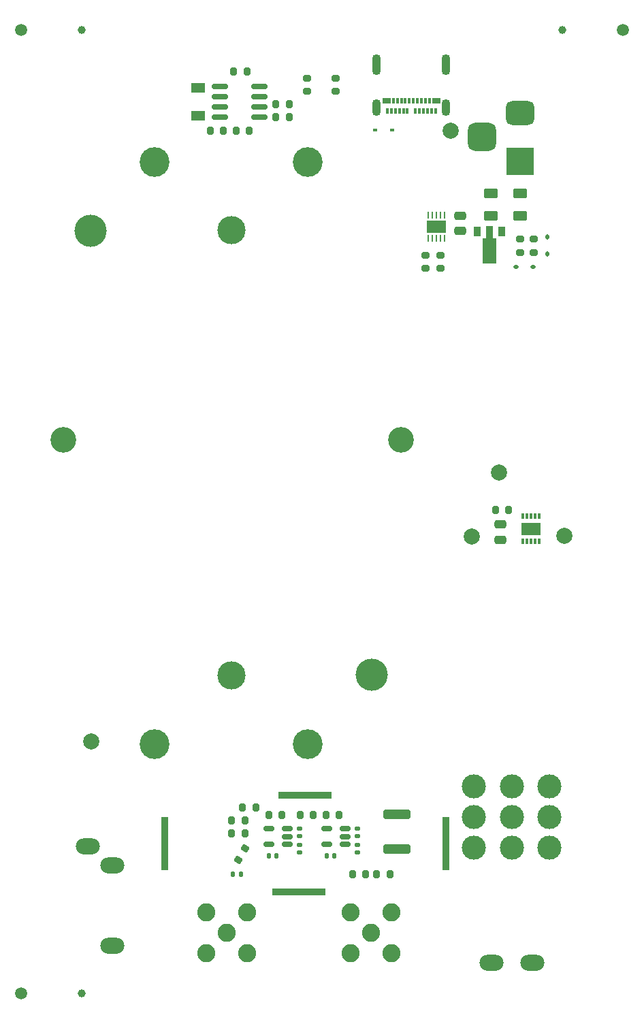
<source format=gbr>
%TF.GenerationSoftware,KiCad,Pcbnew,9.0.2+dfsg-1*%
%TF.CreationDate,2025-07-08T11:28:32+01:00*%
%TF.ProjectId,low-noise-power-probe-panel,6c6f772d-6e6f-4697-9365-2d706f776572,rev?*%
%TF.SameCoordinates,Original*%
%TF.FileFunction,Soldermask,Top*%
%TF.FilePolarity,Negative*%
%FSLAX46Y46*%
G04 Gerber Fmt 4.6, Leading zero omitted, Abs format (unit mm)*
G04 Created by KiCad (PCBNEW 9.0.2+dfsg-1) date 2025-07-08 11:28:32*
%MOMM*%
%LPD*%
G01*
G04 APERTURE LIST*
G04 Aperture macros list*
%AMRoundRect*
0 Rectangle with rounded corners*
0 $1 Rounding radius*
0 $2 $3 $4 $5 $6 $7 $8 $9 X,Y pos of 4 corners*
0 Add a 4 corners polygon primitive as box body*
4,1,4,$2,$3,$4,$5,$6,$7,$8,$9,$2,$3,0*
0 Add four circle primitives for the rounded corners*
1,1,$1+$1,$2,$3*
1,1,$1+$1,$4,$5*
1,1,$1+$1,$6,$7*
1,1,$1+$1,$8,$9*
0 Add four rect primitives between the rounded corners*
20,1,$1+$1,$2,$3,$4,$5,0*
20,1,$1+$1,$4,$5,$6,$7,0*
20,1,$1+$1,$6,$7,$8,$9,0*
20,1,$1+$1,$8,$9,$2,$3,0*%
%AMFreePoly0*
4,1,9,3.862500,-0.866500,0.737500,-0.866500,0.737500,-0.450000,-0.737500,-0.450000,-0.737500,0.450000,0.737500,0.450000,0.737500,0.866500,3.862500,0.866500,3.862500,-0.866500,3.862500,-0.866500,$1*%
G04 Aperture macros list end*
%ADD10C,3.000000*%
%ADD11O,3.000000X2.000000*%
%ADD12C,1.500000*%
%ADD13RoundRect,0.200000X-0.200000X-0.275000X0.200000X-0.275000X0.200000X0.275000X-0.200000X0.275000X0*%
%ADD14R,0.900000X6.700000*%
%ADD15RoundRect,0.200000X0.200000X0.275000X-0.200000X0.275000X-0.200000X-0.275000X0.200000X-0.275000X0*%
%ADD16R,0.600000X0.450000*%
%ADD17RoundRect,0.140000X0.140000X0.170000X-0.140000X0.170000X-0.140000X-0.170000X0.140000X-0.170000X0*%
%ADD18RoundRect,0.140000X-0.170000X0.140000X-0.170000X-0.140000X0.170000X-0.140000X0.170000X0.140000X0*%
%ADD19RoundRect,0.200000X-0.275000X0.200000X-0.275000X-0.200000X0.275000X-0.200000X0.275000X0.200000X0*%
%ADD20C,2.000000*%
%ADD21C,3.200000*%
%ADD22R,6.700000X0.900000*%
%ADD23RoundRect,0.250000X-1.450000X0.312500X-1.450000X-0.312500X1.450000X-0.312500X1.450000X0.312500X0*%
%ADD24RoundRect,0.150000X0.512500X0.150000X-0.512500X0.150000X-0.512500X-0.150000X0.512500X-0.150000X0*%
%ADD25C,2.250000*%
%ADD26RoundRect,0.112500X0.187500X0.112500X-0.187500X0.112500X-0.187500X-0.112500X0.187500X-0.112500X0*%
%ADD27RoundRect,0.250000X-0.475000X0.250000X-0.475000X-0.250000X0.475000X-0.250000X0.475000X0.250000X0*%
%ADD28C,1.000000*%
%ADD29R,0.300000X0.650000*%
%ADD30R,2.480000X1.550000*%
%ADD31R,0.300000X0.700000*%
%ADD32R,1.000000X0.700000*%
%ADD33O,1.100000X2.100000*%
%ADD34O,1.100000X2.600000*%
%ADD35RoundRect,0.200000X0.275000X-0.200000X0.275000X0.200000X-0.275000X0.200000X-0.275000X-0.200000X0*%
%ADD36R,0.900000X1.300000*%
%ADD37FreePoly0,270.000000*%
%ADD38R,3.500000X3.500000*%
%ADD39RoundRect,0.750000X-1.000000X0.750000X-1.000000X-0.750000X1.000000X-0.750000X1.000000X0.750000X0*%
%ADD40RoundRect,0.875000X-0.875000X0.875000X-0.875000X-0.875000X0.875000X-0.875000X0.875000X0.875000X0*%
%ADD41RoundRect,0.150000X-0.825000X-0.150000X0.825000X-0.150000X0.825000X0.150000X-0.825000X0.150000X0*%
%ADD42RoundRect,0.250000X0.475000X-0.250000X0.475000X0.250000X-0.475000X0.250000X-0.475000X-0.250000X0*%
%ADD43RoundRect,0.250000X-0.625000X0.375000X-0.625000X-0.375000X0.625000X-0.375000X0.625000X0.375000X0*%
%ADD44RoundRect,0.140000X-0.140000X-0.170000X0.140000X-0.170000X0.140000X0.170000X-0.140000X0.170000X0*%
%ADD45RoundRect,0.140000X0.170000X-0.140000X0.170000X0.140000X-0.170000X0.140000X-0.170000X-0.140000X0*%
%ADD46R,1.700000X1.300000*%
%ADD47C,3.500000*%
%ADD48C,4.000000*%
%ADD49C,3.700000*%
%ADD50RoundRect,0.112500X0.112500X-0.187500X0.112500X0.187500X-0.112500X0.187500X-0.112500X-0.187500X0*%
%ADD51RoundRect,0.062500X-0.062500X0.362500X-0.062500X-0.362500X0.062500X-0.362500X0.062500X0.362500X0*%
%ADD52R,2.380000X1.650000*%
%ADD53RoundRect,0.200000X0.138157X-0.310705X0.338157X0.035705X-0.138157X0.310705X-0.338157X-0.035705X0*%
G04 APERTURE END LIST*
D10*
%TO.C,SW1*%
X238300000Y-124120000D03*
X233600000Y-124120000D03*
X228900000Y-124120000D03*
X238300000Y-120310000D03*
X233600000Y-120310000D03*
X228900000Y-120310000D03*
X238300000Y-116500000D03*
X233600000Y-116500000D03*
X228900000Y-116500000D03*
D11*
X231060000Y-138470000D03*
X236140000Y-138470000D03*
%TD*%
D12*
%TO.C,KiKit_TO_3*%
X172600000Y-142300000D03*
%TD*%
D13*
%TO.C,R1*%
X213775000Y-127453355D03*
X215425000Y-127453355D03*
%TD*%
D14*
%TO.C,J12*%
X225400000Y-123675000D03*
%TD*%
D15*
%TO.C,R22*%
X200950000Y-35025000D03*
X199300000Y-35025000D03*
%TD*%
D16*
%TO.C,D14*%
X218700000Y-34875000D03*
X216600000Y-34875000D03*
%TD*%
D17*
%TO.C,C24*%
X211510000Y-125175000D03*
X210550000Y-125175000D03*
%TD*%
D18*
%TO.C,C3*%
X214400000Y-123795000D03*
X214400000Y-124755000D03*
%TD*%
D19*
%TO.C,R13*%
X224700000Y-50475000D03*
X224700000Y-52125000D03*
%TD*%
D17*
%TO.C,C21*%
X204350000Y-125175000D03*
X203390000Y-125175000D03*
%TD*%
D20*
%TO.C,TP12*%
X240100000Y-85400000D03*
%TD*%
D21*
%TO.C,REF\u002A\u002A*%
X177800000Y-73475000D03*
%TD*%
D22*
%TO.C,J11*%
X207100000Y-129675000D03*
%TD*%
D11*
%TO.C,RV1*%
X183900000Y-136325000D03*
X180900000Y-124025000D03*
X183900000Y-126325000D03*
%TD*%
D23*
%TO.C,L1*%
X219300000Y-120037500D03*
X219300000Y-124312500D03*
%TD*%
D24*
%TO.C,U2*%
X212837500Y-123725000D03*
X212837500Y-122775000D03*
X212837500Y-121825000D03*
X210562500Y-121825000D03*
X210562500Y-123725000D03*
%TD*%
D18*
%TO.C,C4*%
X207200000Y-123795000D03*
X207200000Y-124755000D03*
%TD*%
D19*
%TO.C,R14*%
X222900000Y-50475000D03*
X222900000Y-52125000D03*
%TD*%
D25*
%TO.C,J1*%
X198100000Y-134775000D03*
X200640000Y-137315000D03*
X200640000Y-132235000D03*
X195560000Y-137315000D03*
X195560000Y-132235000D03*
%TD*%
D26*
%TO.C,D8*%
X236250000Y-51975000D03*
X234150000Y-51975000D03*
%TD*%
D14*
%TO.C,J8*%
X190400000Y-123675000D03*
%TD*%
D20*
%TO.C,TP2*%
X228600000Y-85500000D03*
%TD*%
D27*
%TO.C,C14*%
X227150000Y-45550000D03*
X227150000Y-47450000D03*
%TD*%
D28*
%TO.C,KiKit_FID_T_1*%
X180100000Y-22500000D03*
%TD*%
D19*
%TO.C,R8*%
X211650000Y-28450000D03*
X211650000Y-30100000D03*
%TD*%
D15*
%TO.C,R3*%
X205025000Y-120075000D03*
X203375000Y-120075000D03*
%TD*%
D28*
%TO.C,KiKit_FID_T_3*%
X180100000Y-142300000D03*
%TD*%
D15*
%TO.C,R24*%
X197750000Y-35025000D03*
X196100000Y-35025000D03*
%TD*%
D29*
%TO.C,U4*%
X235000000Y-86050000D03*
X235500000Y-86050000D03*
X236000000Y-86050000D03*
X236500000Y-86050000D03*
X237000000Y-86050000D03*
X237000000Y-82950000D03*
X236500000Y-82950000D03*
X236000000Y-82950000D03*
X235500000Y-82950000D03*
X235000000Y-82950000D03*
D30*
X236000000Y-84500000D03*
%TD*%
D19*
%TO.C,R10*%
X236300000Y-48475000D03*
X236300000Y-50125000D03*
%TD*%
D15*
%TO.C,R9*%
X233225000Y-82200000D03*
X231575000Y-82200000D03*
%TD*%
D21*
%TO.C,REF\u002A\u002A*%
X219800000Y-73475000D03*
%TD*%
D24*
%TO.C,U1*%
X205637500Y-123725000D03*
X205637500Y-122775000D03*
X205637500Y-121825000D03*
X203362500Y-121825000D03*
X203362500Y-123725000D03*
%TD*%
D15*
%TO.C,R5*%
X200400000Y-122375000D03*
X198750000Y-122375000D03*
%TD*%
D31*
%TO.C,J4*%
X224109483Y-32535000D03*
X223609483Y-32535000D03*
X223109483Y-32535000D03*
X222609483Y-32535000D03*
X222109483Y-32535000D03*
X221609483Y-32535000D03*
X220609483Y-32535000D03*
X220109483Y-32535000D03*
X219609483Y-32535000D03*
X219109483Y-32535000D03*
X218609483Y-32535000D03*
X218109483Y-32535000D03*
D32*
X218009483Y-31235000D03*
D31*
X218859483Y-31235000D03*
X219359483Y-31235000D03*
X219859483Y-31235000D03*
X220359483Y-31235000D03*
X220859483Y-31235000D03*
X221359483Y-31235000D03*
X221859483Y-31235000D03*
X222359483Y-31235000D03*
X222859483Y-31235000D03*
X223359483Y-31235000D03*
D32*
X224209483Y-31235000D03*
D33*
X225429483Y-32125000D03*
D34*
X225429483Y-26765000D03*
D33*
X216789483Y-32125000D03*
D34*
X216789483Y-26765000D03*
%TD*%
D35*
%TO.C,R12*%
X234600000Y-50125000D03*
X234600000Y-48475000D03*
%TD*%
D36*
%TO.C,Q1*%
X232300000Y-47500000D03*
D37*
X230800000Y-47587500D03*
D36*
X229300000Y-47500000D03*
%TD*%
D22*
%TO.C,J9*%
X207900000Y-117675000D03*
%TD*%
D15*
%TO.C,R6*%
X208925000Y-120075000D03*
X207275000Y-120075000D03*
%TD*%
D38*
%TO.C,J3*%
X234600000Y-38775000D03*
D39*
X234600000Y-32775000D03*
D40*
X229900000Y-35775000D03*
%TD*%
D15*
%TO.C,R7*%
X218425000Y-127453355D03*
X216775000Y-127453355D03*
%TD*%
D41*
%TO.C,U8*%
X197275000Y-29470000D03*
X197275000Y-30740000D03*
X197275000Y-32010000D03*
X197275000Y-33280000D03*
X202225000Y-33280000D03*
X202225000Y-32010000D03*
X202225000Y-30740000D03*
X202225000Y-29470000D03*
%TD*%
D42*
%TO.C,C9*%
X232200000Y-85850000D03*
X232200000Y-83950000D03*
%TD*%
D28*
%TO.C,KiKit_FID_T_2*%
X239900000Y-22500000D03*
%TD*%
D12*
%TO.C,KiKit_TO_1*%
X172600000Y-22500000D03*
%TD*%
%TO.C,KiKit_TO_2*%
X247400000Y-22500000D03*
%TD*%
D43*
%TO.C,F2*%
X231000000Y-42775000D03*
X231000000Y-45575000D03*
%TD*%
D44*
%TO.C,C1*%
X198920000Y-127453355D03*
X199880000Y-127453355D03*
%TD*%
D45*
%TO.C,C22*%
X207200000Y-122755000D03*
X207200000Y-121795000D03*
%TD*%
D46*
%TO.C,D2*%
X194600000Y-29625000D03*
X194600000Y-33125000D03*
%TD*%
D43*
%TO.C,F1*%
X234600000Y-42775000D03*
X234600000Y-45575000D03*
%TD*%
D35*
%TO.C,R21*%
X208125000Y-30125000D03*
X208125000Y-28475000D03*
%TD*%
D13*
%TO.C,R19*%
X204250000Y-31725000D03*
X205900000Y-31725000D03*
%TD*%
D20*
%TO.C,BT1*%
X181300000Y-110975000D03*
D47*
X198700000Y-102775000D03*
D48*
X216200000Y-102675000D03*
X181200000Y-47475000D03*
D47*
X198700000Y-47375000D03*
D49*
X189150000Y-111250000D03*
X189150000Y-38900000D03*
X208250000Y-111250000D03*
X208250000Y-38900000D03*
%TD*%
D13*
%TO.C,R26*%
X200125000Y-119175000D03*
X201775000Y-119175000D03*
%TD*%
D50*
%TO.C,D7*%
X238000000Y-50325000D03*
X238000000Y-48225000D03*
%TD*%
D15*
%TO.C,R4*%
X212125000Y-120075000D03*
X210475000Y-120075000D03*
%TD*%
D13*
%TO.C,R18*%
X204250000Y-33275000D03*
X205900000Y-33275000D03*
%TD*%
D15*
%TO.C,R23*%
X200650000Y-27625000D03*
X199000000Y-27625000D03*
%TD*%
D51*
%TO.C,U6*%
X225200000Y-45500000D03*
X224700000Y-45500000D03*
X224200000Y-45500000D03*
X223700000Y-45500000D03*
X223200000Y-45500000D03*
X223200000Y-48400000D03*
X223700000Y-48400000D03*
X224200000Y-48400000D03*
X224700000Y-48400000D03*
X225200000Y-48400000D03*
D52*
X224200000Y-46950000D03*
%TD*%
D15*
%TO.C,R15*%
X200400000Y-120775000D03*
X198750000Y-120775000D03*
%TD*%
D53*
%TO.C,R2*%
X199587500Y-125689470D03*
X200412500Y-124260530D03*
%TD*%
D45*
%TO.C,C25*%
X214400000Y-122755000D03*
X214400000Y-121795000D03*
%TD*%
D20*
%TO.C,TP1*%
X232000000Y-77475000D03*
%TD*%
D25*
%TO.C,J2*%
X216100000Y-134735000D03*
X218640000Y-137275000D03*
X218640000Y-132195000D03*
X213560000Y-137275000D03*
X213560000Y-132195000D03*
%TD*%
D20*
%TO.C,TP21*%
X226000000Y-35000000D03*
%TD*%
M02*

</source>
